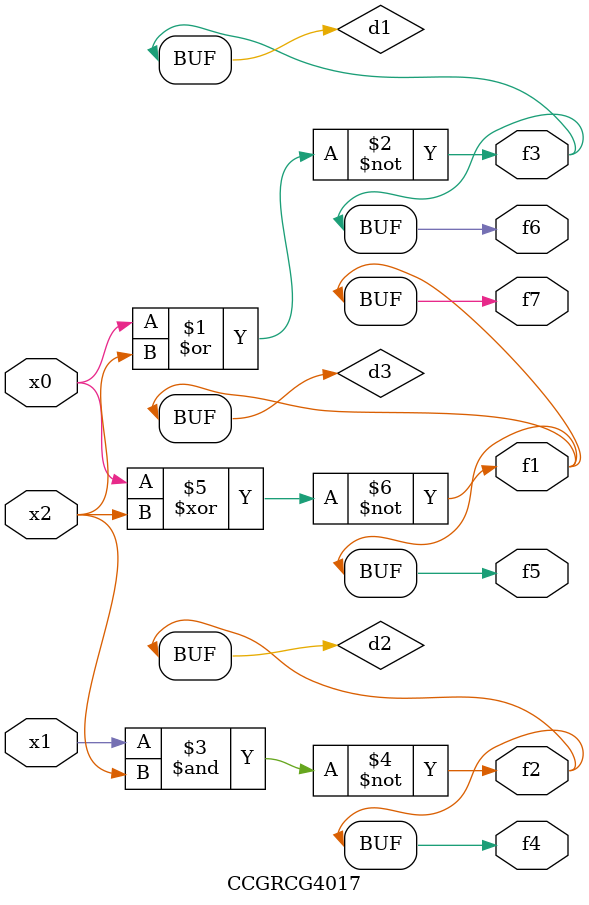
<source format=v>
module CCGRCG4017(
	input x0, x1, x2,
	output f1, f2, f3, f4, f5, f6, f7
);

	wire d1, d2, d3;

	nor (d1, x0, x2);
	nand (d2, x1, x2);
	xnor (d3, x0, x2);
	assign f1 = d3;
	assign f2 = d2;
	assign f3 = d1;
	assign f4 = d2;
	assign f5 = d3;
	assign f6 = d1;
	assign f7 = d3;
endmodule

</source>
